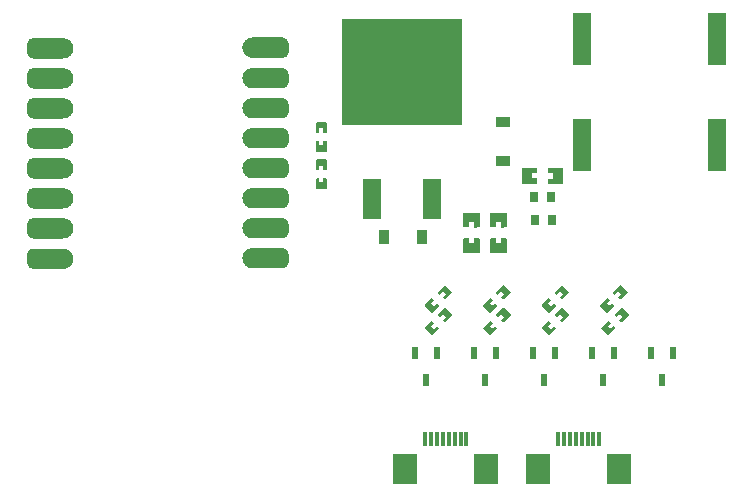
<source format=gtp>
G04 Layer: TopPasteMaskLayer*
G04 EasyEDA Pro v2.2.45.4, 2025-12-19 14:04:37*
G04 Gerber Generator version 0.3*
G04 Scale: 100 percent, Rotated: No, Reflected: No*
G04 Dimensions in millimeters*
G04 Leading zeros omitted, absolute positions, 4 integers and 5 decimals*
G04 Generated by one-click*
%FSLAX45Y45*%
%MOMM*%
%ADD10R,0.8X0.9*%
%ADD11R,1.21999X0.91001*%
%ADD12R,2.0X2.49999*%
%ADD13R,0.3X1.25001*%
%ADD14R,0.91001X1.21999*%
%ADD15R,1.65001X4.49999*%
%ADD16R,0.532X1.07*%
%ADD17R,10.2X9.00001*%
%ADD18R,1.6079X3.49999*%
%ADD19R,1.6X3.49999*%
G75*


G04 PolygonModel Start*
G36*
G01X-3367382Y1979181D02*
G01X-3310813Y2035749D01*
G01X-3310813Y2042822D01*
G01X-3326933Y2058941D01*
G01X-3353096Y2032778D01*
G01X-3376430Y2056113D01*
G01X-3350267Y2082276D01*
G01X-3367382Y2099390D01*
G01X-3374453Y2099388D01*
G01X-3431021Y2042820D01*
G01X-3431021Y2035751D01*
G01X-3374453Y1979182D01*
G01X-3367382Y1979181D01*
G37*
G36*
G01X-3262018Y2211819D02*
G01X-3318587Y2155251D01*
G01X-3318587Y2148178D01*
G01X-3302467Y2132059D01*
G01X-3276304Y2158222D01*
G01X-3252970Y2134887D01*
G01X-3279133Y2108724D01*
G01X-3262018Y2091610D01*
G01X-3254947Y2091612D01*
G01X-3198379Y2148180D01*
G01X-3198379Y2155249D01*
G01X-3254947Y2211818D01*
G01X-3262018Y2211819D01*
G37*
G36*
G01X-3367382Y2169681D02*
G01X-3310813Y2226249D01*
G01X-3310813Y2233322D01*
G01X-3326933Y2249441D01*
G01X-3353096Y2223278D01*
G01X-3376430Y2246613D01*
G01X-3350267Y2272776D01*
G01X-3367382Y2289890D01*
G01X-3374453Y2289888D01*
G01X-3431021Y2233320D01*
G01X-3431021Y2226251D01*
G01X-3374453Y2169682D01*
G01X-3367382Y2169681D01*
G37*
G36*
G01X-3262018Y2402319D02*
G01X-3318587Y2345751D01*
G01X-3318587Y2338678D01*
G01X-3302467Y2322559D01*
G01X-3276304Y2348722D01*
G01X-3252970Y2325387D01*
G01X-3279133Y2299224D01*
G01X-3262018Y2282110D01*
G01X-3254947Y2282112D01*
G01X-3198379Y2338680D01*
G01X-3198379Y2345749D01*
G01X-3254947Y2402318D01*
G01X-3262018Y2402319D01*
G37*
G36*
G01X-2872082Y1979181D02*
G01X-2815513Y2035749D01*
G01X-2815513Y2042822D01*
G01X-2831633Y2058941D01*
G01X-2857796Y2032778D01*
G01X-2881130Y2056113D01*
G01X-2854967Y2082276D01*
G01X-2872082Y2099390D01*
G01X-2879153Y2099388D01*
G01X-2935721Y2042820D01*
G01X-2935721Y2035751D01*
G01X-2879153Y1979182D01*
G01X-2872082Y1979181D01*
G37*
G36*
G01X-2766718Y2211819D02*
G01X-2823287Y2155251D01*
G01X-2823287Y2148178D01*
G01X-2807167Y2132059D01*
G01X-2781004Y2158222D01*
G01X-2757670Y2134887D01*
G01X-2783833Y2108724D01*
G01X-2766718Y2091610D01*
G01X-2759647Y2091612D01*
G01X-2703079Y2148180D01*
G01X-2703079Y2155249D01*
G01X-2759647Y2211818D01*
G01X-2766718Y2211819D01*
G37*
G36*
G01X-2872082Y2169681D02*
G01X-2815513Y2226249D01*
G01X-2815513Y2233322D01*
G01X-2831633Y2249441D01*
G01X-2857796Y2223278D01*
G01X-2881130Y2246613D01*
G01X-2854967Y2272776D01*
G01X-2872082Y2289890D01*
G01X-2879153Y2289888D01*
G01X-2935721Y2233320D01*
G01X-2935721Y2226251D01*
G01X-2879153Y2169682D01*
G01X-2872082Y2169681D01*
G37*
G36*
G01X-2766718Y2402319D02*
G01X-2823287Y2345751D01*
G01X-2823287Y2338678D01*
G01X-2807167Y2322559D01*
G01X-2781004Y2348722D01*
G01X-2757670Y2325387D01*
G01X-2783833Y2299224D01*
G01X-2766718Y2282110D01*
G01X-2759647Y2282112D01*
G01X-2703079Y2338680D01*
G01X-2703079Y2345749D01*
G01X-2759647Y2402318D01*
G01X-2766718Y2402319D01*
G37*
G36*
G01X-3862682Y1979181D02*
G01X-3806113Y2035749D01*
G01X-3806113Y2042822D01*
G01X-3822233Y2058941D01*
G01X-3848396Y2032778D01*
G01X-3871730Y2056113D01*
G01X-3845567Y2082276D01*
G01X-3862682Y2099390D01*
G01X-3869753Y2099388D01*
G01X-3926321Y2042820D01*
G01X-3926321Y2035751D01*
G01X-3869753Y1979182D01*
G01X-3862682Y1979181D01*
G37*
G36*
G01X-3757318Y2211819D02*
G01X-3813887Y2155251D01*
G01X-3813887Y2148178D01*
G01X-3797767Y2132059D01*
G01X-3771604Y2158222D01*
G01X-3748270Y2134887D01*
G01X-3774433Y2108724D01*
G01X-3757318Y2091610D01*
G01X-3750247Y2091612D01*
G01X-3693679Y2148180D01*
G01X-3693679Y2155249D01*
G01X-3750247Y2211818D01*
G01X-3757318Y2211819D01*
G37*
G36*
G01X-3862682Y2169681D02*
G01X-3806113Y2226249D01*
G01X-3806113Y2233322D01*
G01X-3822233Y2249441D01*
G01X-3848396Y2223278D01*
G01X-3871730Y2246613D01*
G01X-3845567Y2272776D01*
G01X-3862682Y2289890D01*
G01X-3869753Y2289888D01*
G01X-3926321Y2233320D01*
G01X-3926321Y2226251D01*
G01X-3869753Y2169682D01*
G01X-3862682Y2169681D01*
G37*
G36*
G01X-3757318Y2402319D02*
G01X-3813887Y2345751D01*
G01X-3813887Y2338678D01*
G01X-3797767Y2322559D01*
G01X-3771604Y2348722D01*
G01X-3748270Y2325387D01*
G01X-3774433Y2299224D01*
G01X-3757318Y2282110D01*
G01X-3750247Y2282112D01*
G01X-3693679Y2338680D01*
G01X-3693679Y2345749D01*
G01X-3750247Y2402318D01*
G01X-3757318Y2402319D01*
G37*
G36*
G01X-2367082Y1979181D02*
G01X-2310513Y2035749D01*
G01X-2310513Y2042822D01*
G01X-2326633Y2058941D01*
G01X-2352796Y2032778D01*
G01X-2376130Y2056113D01*
G01X-2349967Y2082276D01*
G01X-2367082Y2099390D01*
G01X-2374153Y2099388D01*
G01X-2430721Y2042820D01*
G01X-2430721Y2035751D01*
G01X-2374153Y1979182D01*
G01X-2367082Y1979181D01*
G37*
G36*
G01X-2261718Y2211819D02*
G01X-2318287Y2155251D01*
G01X-2318287Y2148178D01*
G01X-2302167Y2132059D01*
G01X-2276004Y2158222D01*
G01X-2252670Y2134887D01*
G01X-2278833Y2108724D01*
G01X-2261718Y2091610D01*
G01X-2254647Y2091612D01*
G01X-2198079Y2148180D01*
G01X-2198079Y2155249D01*
G01X-2254647Y2211818D01*
G01X-2261718Y2211819D01*
G37*
G36*
G01X-2376782Y2169681D02*
G01X-2320213Y2226249D01*
G01X-2320213Y2233322D01*
G01X-2336333Y2249441D01*
G01X-2362496Y2223278D01*
G01X-2385830Y2246613D01*
G01X-2359667Y2272776D01*
G01X-2376782Y2289890D01*
G01X-2383853Y2289888D01*
G01X-2440421Y2233320D01*
G01X-2440421Y2226251D01*
G01X-2383853Y2169682D01*
G01X-2376782Y2169681D01*
G37*
G36*
G01X-2271418Y2402319D02*
G01X-2327987Y2345751D01*
G01X-2327987Y2338678D01*
G01X-2311867Y2322559D01*
G01X-2285704Y2348722D01*
G01X-2262370Y2325387D01*
G01X-2288533Y2299224D01*
G01X-2271418Y2282110D01*
G01X-2264347Y2282112D01*
G01X-2207779Y2338680D01*
G01X-2207779Y2345749D01*
G01X-2264347Y2402318D01*
G01X-2271418Y2402319D01*
G37*
G36*
G01X-4845599Y3462382D02*
G01X-4845599Y3382382D01*
G01X-4840597Y3377381D01*
G01X-4817801Y3377381D01*
G01X-4817801Y3414381D01*
G01X-4784801Y3414381D01*
G01X-4784801Y3377381D01*
G01X-4760598Y3377381D01*
G01X-4755599Y3382382D01*
G01X-4755599Y3462382D01*
G01X-4760598Y3467381D01*
G01X-4840597Y3467381D01*
G01X-4845599Y3462382D01*
G37*
G36*
G01X-4755601Y3223378D02*
G01X-4755601Y3303378D01*
G01X-4760603Y3308379D01*
G01X-4783399Y3308379D01*
G01X-4783399Y3271379D01*
G01X-4816399Y3271379D01*
G01X-4816399Y3308379D01*
G01X-4840602Y3308379D01*
G01X-4845601Y3303378D01*
G01X-4845601Y3223378D01*
G01X-4840602Y3218379D01*
G01X-4760603Y3218379D01*
G01X-4755601Y3223378D01*
G37*
G36*
G01X-4755601Y3538098D02*
G01X-4755601Y3618098D01*
G01X-4760603Y3623099D01*
G01X-4783399Y3623099D01*
G01X-4783399Y3586099D01*
G01X-4816399Y3586099D01*
G01X-4816399Y3623099D01*
G01X-4840602Y3623099D01*
G01X-4845601Y3618098D01*
G01X-4845601Y3538098D01*
G01X-4840602Y3533099D01*
G01X-4760603Y3533099D01*
G01X-4755601Y3538098D01*
G37*
G36*
G01X-4845599Y3777102D02*
G01X-4845599Y3697102D01*
G01X-4840597Y3692101D01*
G01X-4817801Y3692101D01*
G01X-4817801Y3729101D01*
G01X-4784801Y3729101D01*
G01X-4784801Y3692101D01*
G01X-4760598Y3692101D01*
G01X-4755599Y3697102D01*
G01X-4755599Y3777102D01*
G01X-4760598Y3782101D01*
G01X-4840597Y3782101D01*
G01X-4845599Y3777102D01*
G37*
G36*
G01X-3466600Y2674303D02*
G01X-3594598Y2674303D01*
G01X-3599599Y2679304D01*
G01X-3599599Y2794305D01*
G01X-3594598Y2799304D01*
G01X-3553595Y2799806D01*
G01X-3553595Y2754805D01*
G01X-3508596Y2754805D01*
G01X-3508596Y2798806D01*
G01X-3466600Y2799304D01*
G01X-3461598Y2794305D01*
G01X-3461598Y2679304D01*
G01X-3466600Y2674303D01*
G37*
G36*
G01X-3594600Y3015298D02*
G01X-3466602Y3015298D01*
G01X-3461601Y3010296D01*
G01X-3461601Y2895295D01*
G01X-3466602Y2890296D01*
G01X-3507605Y2889794D01*
G01X-3507605Y2934795D01*
G01X-3552604Y2934795D01*
G01X-3552604Y2890794D01*
G01X-3594600Y2890296D01*
G01X-3599602Y2895295D01*
G01X-3599602Y3010296D01*
G01X-3594600Y3015298D01*
G37*
G36*
G01X-2758122Y3391400D02*
G01X-2758122Y3263402D01*
G01X-2763124Y3258401D01*
G01X-2878125Y3258401D01*
G01X-2883124Y3263402D01*
G01X-2883626Y3304405D01*
G01X-2838625Y3304405D01*
G01X-2838625Y3349404D01*
G01X-2882626Y3349404D01*
G01X-2883124Y3391400D01*
G01X-2878125Y3396402D01*
G01X-2763124Y3396402D01*
G01X-2758122Y3391400D01*
G37*
G36*
G01X-3099117Y3263400D02*
G01X-3099117Y3391398D01*
G01X-3094116Y3396399D01*
G01X-2979115Y3396399D01*
G01X-2974116Y3391398D01*
G01X-2973614Y3350395D01*
G01X-3018615Y3350395D01*
G01X-3018615Y3305396D01*
G01X-2974614Y3305396D01*
G01X-2974116Y3263400D01*
G01X-2979115Y3258398D01*
G01X-3094116Y3258398D01*
G01X-3099117Y3263400D01*
G37*
G36*
G01X-3238000Y2674303D02*
G01X-3365998Y2674303D01*
G01X-3370999Y2679304D01*
G01X-3370999Y2794305D01*
G01X-3365998Y2799304D01*
G01X-3324995Y2799806D01*
G01X-3324995Y2754805D01*
G01X-3279996Y2754805D01*
G01X-3279996Y2798806D01*
G01X-3238000Y2799304D01*
G01X-3232998Y2794305D01*
G01X-3232998Y2679304D01*
G01X-3238000Y2674303D01*
G37*
G36*
G01X-3366000Y3015298D02*
G01X-3238002Y3015298D01*
G01X-3233001Y3010296D01*
G01X-3233001Y2895295D01*
G01X-3238002Y2890296D01*
G01X-3279005Y2889794D01*
G01X-3279005Y2934795D01*
G01X-3324004Y2934795D01*
G01X-3324004Y2890794D01*
G01X-3366000Y2890296D01*
G01X-3371002Y2895295D01*
G01X-3371002Y3010296D01*
G01X-3366000Y3015298D01*
G37*

G04 Pad Start*
G54D10*
G01X-2858618Y3149600D03*
G01X-2998622Y3149600D03*
G01X-2850998Y2956560D03*
G01X-2991002Y2956560D03*
G54D11*
G01X-3263900Y3783010D03*
G01X-3263900Y3455990D03*
G54D12*
G01X-2277938Y845033D03*
G01X-2965947Y841527D03*
G54D13*
G01X-2446949Y1099033D03*
G01X-2496936Y1099033D03*
G01X-2546949Y1099033D03*
G01X-2596936Y1099033D03*
G01X-2646949Y1099033D03*
G01X-2696936Y1099033D03*
G01X-2746949Y1099033D03*
G01X-2796936Y1099033D03*
G54D12*
G01X-3403158Y845033D03*
G01X-4091167Y841527D03*
G54D13*
G01X-3572169Y1099033D03*
G01X-3622156Y1099033D03*
G01X-3672169Y1099033D03*
G01X-3722156Y1099033D03*
G01X-3772169Y1099033D03*
G01X-3822156Y1099033D03*
G01X-3872169Y1099033D03*
G01X-3922156Y1099033D03*
G54D14*
G01X-3946210Y2806700D03*
G01X-4273230Y2806700D03*
G54D15*
G01X-2590800Y3588601D03*
G01X-2590800Y4488599D03*
G01X-1447800Y3588601D03*
G01X-1447800Y4488599D03*
G54D16*
G01X-3414647Y1600985D03*
G01X-3509643Y1827985D03*
G01X-3319651Y1827985D03*
G01X-2914647Y1600985D03*
G01X-3009643Y1827985D03*
G01X-2819651Y1827985D03*
G01X-3914647Y1600985D03*
G01X-4009643Y1827985D03*
G01X-3819651Y1827985D03*
G01X-2414647Y1600985D03*
G01X-2509643Y1827985D03*
G01X-2319651Y1827985D03*
G01X-1914647Y1600985D03*
G01X-2009643Y1827985D03*
G01X-1819651Y1827985D03*
G54D17*
G01X-4114800Y4210050D03*
G54D19*
G01X-3860800Y3130550D03*
G01X-4368800Y3130550D03*
G36*
G01X-7243633Y2538435D02*
G02X-7291202Y2586004I1142J48711D01*
G01X-7291202Y2667979D01*
G02X-7241632Y2711765I47192J-3475D01*
G01X-6986627Y2711765D01*
G02X-6899297Y2624435I0J-87330D01*
G02X-6985296Y2538435I-86000J0D01*
G01X-7243633Y2538435D01*
G37*
G36*
G01X-7243631Y2796434D02*
G02X-7291200Y2844003I1142J48711D01*
G01X-7291200Y2925979D01*
G02X-7241631Y2969764I47192J-3475D01*
G01X-6986625Y2969764D01*
G02X-6899295Y2882434I0J-87330D01*
G02X-6985295Y2796434I-86000J0D01*
G01X-7243631Y2796434D01*
G37*
G36*
G01X-7243631Y3050434D02*
G02X-7291200Y3098003I1142J48711D01*
G01X-7291200Y3179978D01*
G02X-7241631Y3223764I47192J-3475D01*
G01X-6986625Y3223764D01*
G02X-6899295Y3136434I0J-87330D01*
G02X-6985295Y3050434I-86000J0D01*
G01X-7243631Y3050434D01*
G37*
G36*
G01X-7243631Y3304433D02*
G02X-7291200Y3352002I1142J48711D01*
G01X-7291200Y3433978D01*
G02X-7241631Y3477763I47192J-3475D01*
G01X-6986625Y3477763D01*
G02X-6899295Y3390433I0J-87330D01*
G02X-6985295Y3304433I-86000J0D01*
G01X-7243631Y3304433D01*
G37*
G36*
G01X-7243631Y3558433D02*
G02X-7291200Y3606002I1142J48711D01*
G01X-7291200Y3687977D01*
G02X-7241631Y3731763I47192J-3475D01*
G01X-6986625Y3731763D01*
G02X-6899295Y3644433I0J-87330D01*
G02X-6985295Y3558433I-86000J0D01*
G01X-7243631Y3558433D01*
G37*
G36*
G01X-7243631Y3812432D02*
G02X-7291200Y3860001I1142J48711D01*
G01X-7291200Y3941977D01*
G02X-7241631Y3985762I47192J-3475D01*
G01X-6986625Y3985762D01*
G02X-6899295Y3898432I0J-87330D01*
G02X-6985295Y3812432I-86000J0D01*
G01X-7243631Y3812432D01*
G37*
G36*
G01X-7243631Y4066432D02*
G02X-7291200Y4114001I1142J48711D01*
G01X-7291200Y4195976D01*
G02X-7241631Y4239762I47192J-3475D01*
G01X-6986625Y4239762D01*
G02X-6899295Y4152432I0J-87330D01*
G02X-6985295Y4066432I-86000J0D01*
G01X-7243631Y4066432D01*
G37*
G36*
G01X-7243631Y4320431D02*
G02X-7291200Y4368000I1142J48711D01*
G01X-7291200Y4449976D01*
G02X-7241631Y4493761I47192J-3475D01*
G01X-6986625Y4493761D01*
G02X-6899295Y4406431I0J-87330D01*
G02X-6985295Y4320431I-86000J0D01*
G01X-7243631Y4320431D01*
G37*
G36*
G01X-5126169Y2716569D02*
G02X-5078600Y2669000I-1142J-48711D01*
G01X-5078600Y2587025D01*
G02X-5128169Y2543239I-47192J3475D01*
G01X-5383175Y2543239D01*
G02X-5470505Y2630569I0J87330D01*
G02X-5384505Y2716569I86000J0D01*
G01X-5126169Y2716569D01*
G37*
G36*
G01X-5126169Y2970569D02*
G02X-5078600Y2922999I-1142J-48711D01*
G01X-5078600Y2841024D01*
G02X-5128169Y2797239I-47192J3475D01*
G01X-5383175Y2797239D01*
G02X-5470505Y2884569I0J87330D01*
G02X-5384505Y2970569I86000J0D01*
G01X-5126169Y2970569D01*
G37*
G36*
G01X-5126169Y3224568D02*
G02X-5078600Y3176999I-1142J-48711D01*
G01X-5078600Y3095024D01*
G02X-5128169Y3051238I-47192J3475D01*
G01X-5383175Y3051238D01*
G02X-5470505Y3138568I0J87330D01*
G02X-5384505Y3224568I86000J0D01*
G01X-5126169Y3224568D01*
G37*
G36*
G01X-5126169Y3478568D02*
G02X-5078600Y3430998I-1142J-48711D01*
G01X-5078600Y3349023D01*
G02X-5128169Y3305237I-47192J3475D01*
G01X-5383175Y3305237D01*
G02X-5470505Y3392568I0J87330D01*
G02X-5384505Y3478568I86000J0D01*
G01X-5126169Y3478568D01*
G37*
G36*
G01X-5126169Y3732567D02*
G02X-5078600Y3684998I-1142J-48711D01*
G01X-5078600Y3603023D01*
G02X-5128169Y3559237I-47192J3475D01*
G01X-5383175Y3559237D01*
G02X-5470505Y3646567I0J87330D01*
G02X-5384505Y3732567I86000J0D01*
G01X-5126169Y3732567D01*
G37*
G36*
G01X-5126169Y3986567D02*
G02X-5078600Y3938997I-1142J-48711D01*
G01X-5078600Y3857022D01*
G02X-5128169Y3813236I-47192J3475D01*
G01X-5383175Y3813236D01*
G02X-5470505Y3900567I0J87330D01*
G02X-5384505Y3986567I86000J0D01*
G01X-5126169Y3986567D01*
G37*
G36*
G01X-5126169Y4240566D02*
G02X-5078600Y4192997I-1142J-48711D01*
G01X-5078600Y4111022D01*
G02X-5128169Y4067236I-47192J3475D01*
G01X-5383175Y4067236D01*
G02X-5470505Y4154566I0J87330D01*
G02X-5384505Y4240566I86000J0D01*
G01X-5126169Y4240566D01*
G37*
G36*
G01X-5126167Y4498566D02*
G02X-5078598Y4450996I-1142J-48711D01*
G01X-5078598Y4369021D01*
G02X-5128168Y4325235I-47192J3475D01*
G01X-5383173Y4325235D01*
G02X-5470503Y4412566I0J87330D01*
G02X-5384504Y4498566I86000J0D01*
G01X-5126167Y4498566D01*
G37*
G04 Pad End*

M02*


</source>
